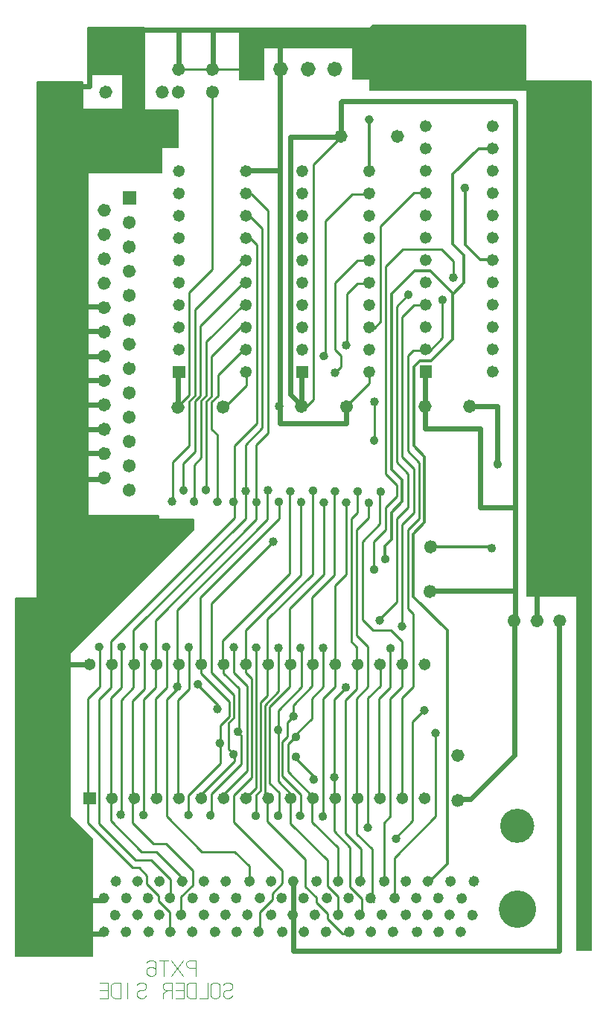
<source format=gbr>
%TF.GenerationSoftware,KiCad,Pcbnew,(6.0.2)*%
%TF.CreationDate,2022-05-06T23:35:53-05:00*%
%TF.ProjectId,PXT6,50585436-2e6b-4696-9361-645f70636258,rev?*%
%TF.SameCoordinates,Original*%
%TF.FileFunction,Copper,L2,Bot*%
%TF.FilePolarity,Positive*%
%FSLAX46Y46*%
G04 Gerber Fmt 4.6, Leading zero omitted, Abs format (unit mm)*
G04 Created by KiCad (PCBNEW (6.0.2)) date 2022-05-06 23:35:53*
%MOMM*%
%LPD*%
G01*
G04 APERTURE LIST*
%TA.AperFunction,NonConductor*%
%ADD10C,0.750000*%
%TD*%
%TA.AperFunction,NonConductor*%
%ADD11C,1.945000*%
%TD*%
%TA.AperFunction,NonConductor*%
%ADD12C,2.140000*%
%TD*%
%TA.AperFunction,NonConductor*%
%ADD13C,0.000000*%
%TD*%
%TA.AperFunction,NonConductor*%
%ADD14C,0.700000*%
%TD*%
%TA.AperFunction,NonConductor*%
%ADD15C,0.500000*%
%TD*%
%TA.AperFunction,NonConductor*%
%ADD16C,0.875000*%
%TD*%
%TA.AperFunction,NonConductor*%
%ADD17C,0.760000*%
%TD*%
%TA.AperFunction,NonConductor*%
%ADD18C,0.625000*%
%TD*%
%TA.AperFunction,ViaPad*%
%ADD19C,0.500010*%
%TD*%
%TA.AperFunction,ViaPad*%
%ADD20C,0.720010*%
%TD*%
%TA.AperFunction,ViaPad*%
%ADD21C,0.800010*%
%TD*%
%TA.AperFunction,ViaPad*%
%ADD22C,1.000010*%
%TD*%
%TA.AperFunction,ViaPad*%
%ADD23C,1.080010*%
%TD*%
%TA.AperFunction,ViaPad*%
%ADD24C,1.300010*%
%TD*%
%TA.AperFunction,ViaPad*%
%ADD25C,3.250010*%
%TD*%
%TA.AperFunction,ViaPad*%
%ADD26C,3.370010*%
%TD*%
%TA.AperFunction,Conductor*%
%ADD27C,0.350000*%
%TD*%
%TA.AperFunction,Conductor*%
%ADD28C,0.250000*%
%TD*%
%TA.AperFunction,Conductor*%
%ADD29C,0.600000*%
%TD*%
%TA.AperFunction,Conductor*%
%ADD30C,0.200000*%
%TD*%
%TA.AperFunction,Conductor*%
%ADD31C,0.124000*%
%TD*%
G04 APERTURE END LIST*
D10*
X117635500Y-46205900D02*
G75*
G03*
X117635500Y-46205900I-375000J0D01*
G01*
D11*
X165024600Y-129708500D02*
G75*
G03*
X165024600Y-129708500I-972500J0D01*
G01*
D12*
X119759300Y-98474400D02*
G75*
G03*
X119759300Y-98474400I-1070000J0D01*
G01*
X113131500Y-139233500D02*
G75*
G03*
X113131500Y-139233500I-1070000J0D01*
G01*
X165161800Y-139193800D02*
G75*
G03*
X165161800Y-139193800I-1070000J0D01*
G01*
X119679900Y-51127200D02*
G75*
G03*
X119679900Y-51127200I-1070000J0D01*
G01*
D10*
X157680200Y-121691600D02*
G75*
G03*
X157680200Y-121691600I-375000J0D01*
G01*
X157680200Y-126811300D02*
G75*
G03*
X157680200Y-126811300I-375000J0D01*
G01*
D13*
G36*
X116134900Y-127273100D02*
G01*
X114734900Y-127273100D01*
X114734900Y-125873100D01*
X116134900Y-125873100D01*
X116134900Y-127273100D01*
G37*
D14*
X118324900Y-126573100D02*
G75*
G03*
X118324900Y-126573100I-350000J0D01*
G01*
X120864900Y-126573100D02*
G75*
G03*
X120864900Y-126573100I-350000J0D01*
G01*
X123404900Y-126573100D02*
G75*
G03*
X123404900Y-126573100I-350000J0D01*
G01*
X125944900Y-126573100D02*
G75*
G03*
X125944900Y-126573100I-350000J0D01*
G01*
X128484900Y-126573100D02*
G75*
G03*
X128484900Y-126573100I-350000J0D01*
G01*
X131024900Y-126573100D02*
G75*
G03*
X131024900Y-126573100I-350000J0D01*
G01*
X133564900Y-126573100D02*
G75*
G03*
X133564900Y-126573100I-350000J0D01*
G01*
X136104900Y-126573100D02*
G75*
G03*
X136104900Y-126573100I-350000J0D01*
G01*
X138644900Y-126573100D02*
G75*
G03*
X138644900Y-126573100I-350000J0D01*
G01*
X141184900Y-126573100D02*
G75*
G03*
X141184900Y-126573100I-350000J0D01*
G01*
X143724900Y-126573100D02*
G75*
G03*
X143724900Y-126573100I-350000J0D01*
G01*
X146264900Y-126573100D02*
G75*
G03*
X146264900Y-126573100I-350000J0D01*
G01*
X148804900Y-126573100D02*
G75*
G03*
X148804900Y-126573100I-350000J0D01*
G01*
X151344900Y-126573100D02*
G75*
G03*
X151344900Y-126573100I-350000J0D01*
G01*
X153884900Y-126573100D02*
G75*
G03*
X153884900Y-126573100I-350000J0D01*
G01*
X153884900Y-111333100D02*
G75*
G03*
X153884900Y-111333100I-350000J0D01*
G01*
X151344900Y-111333100D02*
G75*
G03*
X151344900Y-111333100I-350000J0D01*
G01*
X148804900Y-111333100D02*
G75*
G03*
X148804900Y-111333100I-350000J0D01*
G01*
X146264900Y-111333100D02*
G75*
G03*
X146264900Y-111333100I-350000J0D01*
G01*
X143724900Y-111333100D02*
G75*
G03*
X143724900Y-111333100I-350000J0D01*
G01*
X141184900Y-111333100D02*
G75*
G03*
X141184900Y-111333100I-350000J0D01*
G01*
X138644900Y-111333100D02*
G75*
G03*
X138644900Y-111333100I-350000J0D01*
G01*
X136104900Y-111333100D02*
G75*
G03*
X136104900Y-111333100I-350000J0D01*
G01*
X133564900Y-111333100D02*
G75*
G03*
X133564900Y-111333100I-350000J0D01*
G01*
X131024900Y-111333100D02*
G75*
G03*
X131024900Y-111333100I-350000J0D01*
G01*
X128484900Y-111333100D02*
G75*
G03*
X128484900Y-111333100I-350000J0D01*
G01*
X125944900Y-111333100D02*
G75*
G03*
X125944900Y-111333100I-350000J0D01*
G01*
X123404900Y-111333100D02*
G75*
G03*
X123404900Y-111333100I-350000J0D01*
G01*
X120864900Y-111333100D02*
G75*
G03*
X120864900Y-111333100I-350000J0D01*
G01*
X118324900Y-111333100D02*
G75*
G03*
X118324900Y-111333100I-350000J0D01*
G01*
X115784900Y-111333100D02*
G75*
G03*
X115784900Y-111333100I-350000J0D01*
G01*
D10*
X166689300Y-106372200D02*
G75*
G03*
X166689300Y-106372200I-375000J0D01*
G01*
X164069900Y-106372200D02*
G75*
G03*
X164069900Y-106372200I-375000J0D01*
G01*
X169268900Y-106372200D02*
G75*
G03*
X169268900Y-106372200I-375000J0D01*
G01*
D15*
X148665200Y-106332500D02*
G75*
G03*
X148665200Y-106332500I-250000J0D01*
G01*
X151205200Y-107007200D02*
G75*
G03*
X151205200Y-107007200I-250000J0D01*
G01*
X149895500Y-109507500D02*
G75*
G03*
X149895500Y-109507500I-250000J0D01*
G01*
X142235800Y-109467800D02*
G75*
G03*
X142235800Y-109467800I-250000J0D01*
G01*
X139656100Y-109467800D02*
G75*
G03*
X139656100Y-109467800I-250000J0D01*
G01*
X137155800Y-109467800D02*
G75*
G03*
X137155800Y-109467800I-250000J0D01*
G01*
X134615800Y-109428100D02*
G75*
G03*
X134615800Y-109428100I-250000J0D01*
G01*
X132075800Y-109388500D02*
G75*
G03*
X132075800Y-109388500I-250000J0D01*
G01*
X126956100Y-109388500D02*
G75*
G03*
X126956100Y-109388500I-250000J0D01*
G01*
X124376500Y-109348800D02*
G75*
G03*
X124376500Y-109348800I-250000J0D01*
G01*
X121836500Y-109348800D02*
G75*
G03*
X121836500Y-109348800I-250000J0D01*
G01*
X119296500Y-109348800D02*
G75*
G03*
X119296500Y-109348800I-250000J0D01*
G01*
X116756500Y-109348800D02*
G75*
G03*
X116756500Y-109348800I-250000J0D01*
G01*
X125646500Y-113873100D02*
G75*
G03*
X125646500Y-113873100I-250000J0D01*
G01*
X127988000Y-113595300D02*
G75*
G03*
X127988000Y-113595300I-250000J0D01*
G01*
X130210500Y-116413100D02*
G75*
G03*
X130210500Y-116413100I-250000J0D01*
G01*
X130488300Y-120302500D02*
G75*
G03*
X130488300Y-120302500I-250000J0D01*
G01*
X132552100Y-118992800D02*
G75*
G03*
X132552100Y-118992800I-250000J0D01*
G01*
X132036100Y-121572500D02*
G75*
G03*
X132036100Y-121572500I-250000J0D01*
G01*
X137116100Y-118794400D02*
G75*
G03*
X137116100Y-118794400I-250000J0D01*
G01*
X138862400Y-117246600D02*
G75*
G03*
X138862400Y-117246600I-250000J0D01*
G01*
X139140200Y-119588100D02*
G75*
G03*
X139140200Y-119588100I-250000J0D01*
G01*
X139140200Y-121850300D02*
G75*
G03*
X139140200Y-121850300I-250000J0D01*
G01*
X141164300Y-124430000D02*
G75*
G03*
X141164300Y-124430000I-250000J0D01*
G01*
X143505800Y-124191900D02*
G75*
G03*
X143505800Y-124191900I-250000J0D01*
G01*
X155015200Y-119151600D02*
G75*
G03*
X155015200Y-119151600I-250000J0D01*
G01*
X153745200Y-116571900D02*
G75*
G03*
X153745200Y-116571900I-250000J0D01*
G01*
X144815500Y-113952500D02*
G75*
G03*
X144815500Y-113952500I-250000J0D01*
G01*
X119217100Y-128438500D02*
G75*
G03*
X119217100Y-128438500I-250000J0D01*
G01*
X121796800Y-128478100D02*
G75*
G03*
X121796800Y-128478100I-250000J0D01*
G01*
X126916500Y-128478100D02*
G75*
G03*
X126916500Y-128478100I-250000J0D01*
G01*
X129416800Y-128517800D02*
G75*
G03*
X129416800Y-128517800I-250000J0D01*
G01*
X134576100Y-128557500D02*
G75*
G03*
X134576100Y-128557500I-250000J0D01*
G01*
X137116100Y-128557500D02*
G75*
G03*
X137116100Y-128557500I-250000J0D01*
G01*
X139616500Y-128557500D02*
G75*
G03*
X139616500Y-128557500I-250000J0D01*
G01*
X142196100Y-128636900D02*
G75*
G03*
X142196100Y-128636900I-250000J0D01*
G01*
X147315800Y-129906900D02*
G75*
G03*
X147315800Y-129906900I-250000J0D01*
G01*
X150530500Y-131176900D02*
G75*
G03*
X150530500Y-131176900I-250000J0D01*
G01*
X136560500Y-97363100D02*
G75*
G03*
X136560500Y-97363100I-250000J0D01*
G01*
X161404900Y-98117200D02*
G75*
G03*
X161404900Y-98117200I-250000J0D01*
G01*
X162079600Y-88552500D02*
G75*
G03*
X162079600Y-88552500I-250000J0D01*
G01*
X148030200Y-85853800D02*
G75*
G03*
X148030200Y-85853800I-250000J0D01*
G01*
X125051100Y-92799100D02*
G75*
G03*
X125051100Y-92799100I-250000J0D01*
G01*
X126360800Y-91529100D02*
G75*
G03*
X126360800Y-91529100I-250000J0D01*
G01*
X127551500Y-92799100D02*
G75*
G03*
X127551500Y-92799100I-250000J0D01*
G01*
X128900800Y-91489400D02*
G75*
G03*
X128900800Y-91489400I-250000J0D01*
G01*
X130210500Y-92838800D02*
G75*
G03*
X130210500Y-92838800I-250000J0D01*
G01*
X132036100Y-92838800D02*
G75*
G03*
X132036100Y-92838800I-250000J0D01*
G01*
X133425200Y-91608500D02*
G75*
G03*
X133425200Y-91608500I-250000J0D01*
G01*
X134655500Y-92878500D02*
G75*
G03*
X134655500Y-92878500I-250000J0D01*
G01*
X135965200Y-91529100D02*
G75*
G03*
X135965200Y-91529100I-250000J0D01*
G01*
X137195500Y-92838800D02*
G75*
G03*
X137195500Y-92838800I-250000J0D01*
G01*
X138505200Y-91648100D02*
G75*
G03*
X138505200Y-91648100I-250000J0D01*
G01*
X139735500Y-92878500D02*
G75*
G03*
X139735500Y-92878500I-250000J0D01*
G01*
X141084900Y-91568800D02*
G75*
G03*
X141084900Y-91568800I-250000J0D01*
G01*
X142315200Y-92918100D02*
G75*
G03*
X142315200Y-92918100I-250000J0D01*
G01*
X143585200Y-91648100D02*
G75*
G03*
X143585200Y-91648100I-250000J0D01*
G01*
X144855200Y-92918100D02*
G75*
G03*
X144855200Y-92918100I-250000J0D01*
G01*
X146164900Y-91648100D02*
G75*
G03*
X146164900Y-91648100I-250000J0D01*
G01*
X147434900Y-92957800D02*
G75*
G03*
X147434900Y-92957800I-250000J0D01*
G01*
X148784300Y-91687800D02*
G75*
G03*
X148784300Y-91687800I-250000J0D01*
G01*
X137235200Y-81964400D02*
G75*
G03*
X137235200Y-81964400I-250000J0D01*
G01*
X143585200Y-78154400D02*
G75*
G03*
X143585200Y-78154400I-250000J0D01*
G01*
X142315200Y-76249400D02*
G75*
G03*
X142315200Y-76249400I-250000J0D01*
G01*
X144855200Y-75019100D02*
G75*
G03*
X144855200Y-75019100I-250000J0D01*
G01*
X148069900Y-81448500D02*
G75*
G03*
X148069900Y-81448500I-250000J0D01*
G01*
X151919600Y-69264400D02*
G75*
G03*
X151919600Y-69264400I-250000J0D01*
G01*
X155808900Y-69859700D02*
G75*
G03*
X155808900Y-69859700I-250000J0D01*
G01*
X157039300Y-67319700D02*
G75*
G03*
X157039300Y-67319700I-250000J0D01*
G01*
X158348900Y-57120000D02*
G75*
G03*
X158348900Y-57120000I-250000J0D01*
G01*
X147474600Y-49341300D02*
G75*
G03*
X147474600Y-49341300I-250000J0D01*
G01*
X170493300Y-50095300D02*
G75*
G03*
X170493300Y-50095300I-250000J0D01*
G01*
X148030200Y-100538100D02*
G75*
G03*
X148030200Y-100538100I-250000J0D01*
G01*
X149300200Y-99347500D02*
G75*
G03*
X149300200Y-99347500I-250000J0D01*
G01*
D10*
X154505200Y-103038500D02*
G75*
G03*
X154505200Y-103038500I-375000J0D01*
G01*
X154584600Y-97958500D02*
G75*
G03*
X154584600Y-97958500I-375000J0D01*
G01*
X159029600Y-81964400D02*
G75*
G03*
X159029600Y-81964400I-375000J0D01*
G01*
X153949600Y-81964400D02*
G75*
G03*
X153949600Y-81964400I-375000J0D01*
G01*
X145019900Y-82004100D02*
G75*
G03*
X145019900Y-82004100I-375000J0D01*
G01*
X139900200Y-81964400D02*
G75*
G03*
X139900200Y-81964400I-375000J0D01*
G01*
X130970500Y-82043800D02*
G75*
G03*
X130970500Y-82043800I-375000J0D01*
G01*
X125850800Y-82083500D02*
G75*
G03*
X125850800Y-82083500I-375000J0D01*
G01*
X124064900Y-46205900D02*
G75*
G03*
X124064900Y-46205900I-375000J0D01*
G01*
X125890500Y-46205900D02*
G75*
G03*
X125890500Y-46205900I-375000J0D01*
G01*
X129779900Y-46205900D02*
G75*
G03*
X129779900Y-46205900I-375000J0D01*
G01*
X129779900Y-43626300D02*
G75*
G03*
X129779900Y-43626300I-375000J0D01*
G01*
X125930200Y-43626300D02*
G75*
G03*
X125930200Y-43626300I-375000J0D01*
G01*
D16*
X140716800Y-43586600D02*
G75*
G03*
X140716800Y-43586600I-437500J0D01*
G01*
X143733000Y-43586600D02*
G75*
G03*
X143733000Y-43586600I-437500J0D01*
G01*
X137581400Y-43586600D02*
G75*
G03*
X137581400Y-43586600I-437500J0D01*
G01*
X134287400Y-43586600D02*
G75*
G03*
X134287400Y-43586600I-437500J0D01*
G01*
X134287400Y-43586600D02*
G75*
G03*
X134287400Y-43586600I-437500J0D01*
G01*
X147027100Y-43586600D02*
G75*
G03*
X147027100Y-43586600I-437500J0D01*
G01*
D10*
X144384900Y-51246300D02*
G75*
G03*
X144384900Y-51246300I-375000J0D01*
G01*
X150814300Y-51246300D02*
G75*
G03*
X150814300Y-51246300I-375000J0D01*
G01*
D13*
G36*
X154351200Y-78718700D02*
G01*
X152951200Y-78718700D01*
X152951200Y-77318700D01*
X154351200Y-77318700D01*
X154351200Y-78718700D01*
G37*
D14*
X154001200Y-75478700D02*
G75*
G03*
X154001200Y-75478700I-350000J0D01*
G01*
X154001200Y-72938700D02*
G75*
G03*
X154001200Y-72938700I-350000J0D01*
G01*
X154001200Y-70398700D02*
G75*
G03*
X154001200Y-70398700I-350000J0D01*
G01*
X154001200Y-67858700D02*
G75*
G03*
X154001200Y-67858700I-350000J0D01*
G01*
X154001200Y-65318700D02*
G75*
G03*
X154001200Y-65318700I-350000J0D01*
G01*
X154001200Y-62778700D02*
G75*
G03*
X154001200Y-62778700I-350000J0D01*
G01*
X154001200Y-60238700D02*
G75*
G03*
X154001200Y-60238700I-350000J0D01*
G01*
X154001200Y-57698700D02*
G75*
G03*
X154001200Y-57698700I-350000J0D01*
G01*
X154001200Y-55158700D02*
G75*
G03*
X154001200Y-55158700I-350000J0D01*
G01*
X154001200Y-52618700D02*
G75*
G03*
X154001200Y-52618700I-350000J0D01*
G01*
X154001200Y-50078700D02*
G75*
G03*
X154001200Y-50078700I-350000J0D01*
G01*
X161621200Y-50078700D02*
G75*
G03*
X161621200Y-50078700I-350000J0D01*
G01*
X161621200Y-52618700D02*
G75*
G03*
X161621200Y-52618700I-350000J0D01*
G01*
X161621200Y-55158700D02*
G75*
G03*
X161621200Y-55158700I-350000J0D01*
G01*
X161621200Y-57698700D02*
G75*
G03*
X161621200Y-57698700I-350000J0D01*
G01*
X161621200Y-60238700D02*
G75*
G03*
X161621200Y-60238700I-350000J0D01*
G01*
X161621200Y-62778700D02*
G75*
G03*
X161621200Y-62778700I-350000J0D01*
G01*
X161621200Y-65318700D02*
G75*
G03*
X161621200Y-65318700I-350000J0D01*
G01*
X161621200Y-67858700D02*
G75*
G03*
X161621200Y-67858700I-350000J0D01*
G01*
X161621200Y-70398700D02*
G75*
G03*
X161621200Y-70398700I-350000J0D01*
G01*
X161621200Y-72938700D02*
G75*
G03*
X161621200Y-72938700I-350000J0D01*
G01*
X161621200Y-75478700D02*
G75*
G03*
X161621200Y-75478700I-350000J0D01*
G01*
X161621200Y-78018700D02*
G75*
G03*
X161621200Y-78018700I-350000J0D01*
G01*
D13*
G36*
X140301800Y-78758500D02*
G01*
X138901800Y-78758500D01*
X138901800Y-77358500D01*
X140301800Y-77358500D01*
X140301800Y-78758500D01*
G37*
D14*
X139951800Y-75518500D02*
G75*
G03*
X139951800Y-75518500I-350000J0D01*
G01*
X139951800Y-72978500D02*
G75*
G03*
X139951800Y-72978500I-350000J0D01*
G01*
X139951800Y-70438500D02*
G75*
G03*
X139951800Y-70438500I-350000J0D01*
G01*
X139951800Y-67898500D02*
G75*
G03*
X139951800Y-67898500I-350000J0D01*
G01*
X139951800Y-65358500D02*
G75*
G03*
X139951800Y-65358500I-350000J0D01*
G01*
X139951800Y-62818500D02*
G75*
G03*
X139951800Y-62818500I-350000J0D01*
G01*
X139951800Y-60278500D02*
G75*
G03*
X139951800Y-60278500I-350000J0D01*
G01*
X139951800Y-57738500D02*
G75*
G03*
X139951800Y-57738500I-350000J0D01*
G01*
X139951800Y-55198500D02*
G75*
G03*
X139951800Y-55198500I-350000J0D01*
G01*
X147571800Y-55198500D02*
G75*
G03*
X147571800Y-55198500I-350000J0D01*
G01*
X147571800Y-57738500D02*
G75*
G03*
X147571800Y-57738500I-350000J0D01*
G01*
X147571800Y-60278500D02*
G75*
G03*
X147571800Y-60278500I-350000J0D01*
G01*
X147571800Y-62818500D02*
G75*
G03*
X147571800Y-62818500I-350000J0D01*
G01*
X147571800Y-65358500D02*
G75*
G03*
X147571800Y-65358500I-350000J0D01*
G01*
X147571800Y-67898500D02*
G75*
G03*
X147571800Y-67898500I-350000J0D01*
G01*
X147571800Y-70438500D02*
G75*
G03*
X147571800Y-70438500I-350000J0D01*
G01*
X147571800Y-72978500D02*
G75*
G03*
X147571800Y-72978500I-350000J0D01*
G01*
X147571800Y-75518500D02*
G75*
G03*
X147571800Y-75518500I-350000J0D01*
G01*
X147571800Y-78058500D02*
G75*
G03*
X147571800Y-78058500I-350000J0D01*
G01*
D13*
G36*
X126292100Y-78758500D02*
G01*
X124892100Y-78758500D01*
X124892100Y-77358500D01*
X126292100Y-77358500D01*
X126292100Y-78758500D01*
G37*
D14*
X125942100Y-75518500D02*
G75*
G03*
X125942100Y-75518500I-350000J0D01*
G01*
X125942100Y-72978500D02*
G75*
G03*
X125942100Y-72978500I-350000J0D01*
G01*
X125942100Y-70438500D02*
G75*
G03*
X125942100Y-70438500I-350000J0D01*
G01*
X125942100Y-67898500D02*
G75*
G03*
X125942100Y-67898500I-350000J0D01*
G01*
X125942100Y-65358500D02*
G75*
G03*
X125942100Y-65358500I-350000J0D01*
G01*
X125942100Y-62818500D02*
G75*
G03*
X125942100Y-62818500I-350000J0D01*
G01*
X125942100Y-60278500D02*
G75*
G03*
X125942100Y-60278500I-350000J0D01*
G01*
X125942100Y-57738500D02*
G75*
G03*
X125942100Y-57738500I-350000J0D01*
G01*
X125942100Y-55198500D02*
G75*
G03*
X125942100Y-55198500I-350000J0D01*
G01*
X133562100Y-55198500D02*
G75*
G03*
X133562100Y-55198500I-350000J0D01*
G01*
X133562100Y-57738500D02*
G75*
G03*
X133562100Y-57738500I-350000J0D01*
G01*
X133562100Y-60278500D02*
G75*
G03*
X133562100Y-60278500I-350000J0D01*
G01*
X133562100Y-62818500D02*
G75*
G03*
X133562100Y-62818500I-350000J0D01*
G01*
X133562100Y-65358500D02*
G75*
G03*
X133562100Y-65358500I-350000J0D01*
G01*
X133562100Y-67898500D02*
G75*
G03*
X133562100Y-67898500I-350000J0D01*
G01*
X133562100Y-70438500D02*
G75*
G03*
X133562100Y-70438500I-350000J0D01*
G01*
X133562100Y-72978500D02*
G75*
G03*
X133562100Y-72978500I-350000J0D01*
G01*
X133562100Y-75518500D02*
G75*
G03*
X133562100Y-75518500I-350000J0D01*
G01*
X133562100Y-78058500D02*
G75*
G03*
X133562100Y-78058500I-350000J0D01*
G01*
D13*
G36*
X120691400Y-59041300D02*
G01*
X119171400Y-59041300D01*
X119171400Y-57521300D01*
X120691400Y-57521300D01*
X120691400Y-59041300D01*
G37*
D17*
X120311400Y-61051300D02*
G75*
G03*
X120311400Y-61051300I-380000J0D01*
G01*
X120311400Y-63821300D02*
G75*
G03*
X120311400Y-63821300I-380000J0D01*
G01*
X120311400Y-66591300D02*
G75*
G03*
X120311400Y-66591300I-380000J0D01*
G01*
X120311400Y-69351300D02*
G75*
G03*
X120311400Y-69351300I-380000J0D01*
G01*
X120311400Y-72121300D02*
G75*
G03*
X120311400Y-72121300I-380000J0D01*
G01*
X120311400Y-74891300D02*
G75*
G03*
X120311400Y-74891300I-380000J0D01*
G01*
X120311400Y-77661300D02*
G75*
G03*
X120311400Y-77661300I-380000J0D01*
G01*
X120311400Y-80431300D02*
G75*
G03*
X120311400Y-80431300I-380000J0D01*
G01*
X120311400Y-83201300D02*
G75*
G03*
X120311400Y-83201300I-380000J0D01*
G01*
X120311400Y-85971300D02*
G75*
G03*
X120311400Y-85971300I-380000J0D01*
G01*
X120311400Y-88731300D02*
G75*
G03*
X120311400Y-88731300I-380000J0D01*
G01*
X120311400Y-91501300D02*
G75*
G03*
X120311400Y-91501300I-380000J0D01*
G01*
X117471400Y-59651300D02*
G75*
G03*
X117471400Y-59651300I-380000J0D01*
G01*
X117471400Y-62421300D02*
G75*
G03*
X117471400Y-62421300I-380000J0D01*
G01*
X117471400Y-65191300D02*
G75*
G03*
X117471400Y-65191300I-380000J0D01*
G01*
X117471400Y-67961300D02*
G75*
G03*
X117471400Y-67961300I-380000J0D01*
G01*
X117471400Y-70731300D02*
G75*
G03*
X117471400Y-70731300I-380000J0D01*
G01*
X117471400Y-73491300D02*
G75*
G03*
X117471400Y-73491300I-380000J0D01*
G01*
X117471400Y-76261300D02*
G75*
G03*
X117471400Y-76261300I-380000J0D01*
G01*
X117471400Y-79031300D02*
G75*
G03*
X117471400Y-79031300I-380000J0D01*
G01*
X117471400Y-81801300D02*
G75*
G03*
X117471400Y-81801300I-380000J0D01*
G01*
X117471400Y-84571300D02*
G75*
G03*
X117471400Y-84571300I-380000J0D01*
G01*
X117471400Y-87341300D02*
G75*
G03*
X117471400Y-87341300I-380000J0D01*
G01*
X117471400Y-90111300D02*
G75*
G03*
X117471400Y-90111300I-380000J0D01*
G01*
D13*
G36*
X115196800Y-94386600D02*
G01*
X123253300Y-94386600D01*
X123293000Y-94426300D01*
X123293000Y-94823100D01*
X123332700Y-94862800D01*
X127261800Y-94862800D01*
X127261800Y-96013800D01*
X113172700Y-110102800D01*
X113172700Y-128676600D01*
X115712700Y-131216600D01*
X115712700Y-144511900D01*
X107021100Y-144511900D01*
X107021100Y-103832200D01*
X109442100Y-103832200D01*
X109442100Y-55334100D01*
X115196800Y-55334100D01*
X115196800Y-94386600D01*
G37*
G36*
X121705500Y-48230000D02*
G01*
X125515500Y-48230000D01*
X125515500Y-52476600D01*
X123610500Y-52476600D01*
X123610500Y-55334100D01*
X109481800Y-55334100D01*
X109442100Y-55373800D01*
X109442100Y-45015300D01*
X114641100Y-45015300D01*
X114641100Y-48190300D01*
X119244900Y-48190300D01*
X119244900Y-44181900D01*
X115196800Y-44181900D01*
X115196800Y-38903500D01*
X121705500Y-38903500D01*
X121705500Y-48230000D01*
G37*
G36*
X135238900Y-39101900D02*
G01*
X135238900Y-44777200D01*
X132540200Y-44777200D01*
X132540200Y-39062200D01*
X135199300Y-39062200D01*
X135238900Y-39101900D01*
G37*
G36*
X165044300Y-44935900D02*
G01*
X172465800Y-44935900D01*
X172465800Y-143837200D01*
X170838600Y-143837200D01*
X170838600Y-103554400D01*
X165203000Y-103554400D01*
X165203000Y-46007500D01*
X147303900Y-46007500D01*
X147303900Y-44697800D01*
X145359300Y-44697800D01*
X145359300Y-41125900D01*
X135119900Y-41125900D01*
X135041000Y-38947000D01*
X147343600Y-38943100D01*
X147581800Y-38705000D01*
X147581800Y-38625600D01*
X165044300Y-38625600D01*
X165044300Y-44935900D01*
G37*
G36*
X134961100Y-39141600D02*
G01*
X134881800Y-39141600D01*
X134961100Y-39101900D01*
X134961100Y-39141600D01*
G37*
D18*
X117374600Y-141773500D02*
G75*
G03*
X117374600Y-141773500I-312500J0D01*
G01*
X117374600Y-137923800D02*
G75*
G03*
X117374600Y-137923800I-312500J0D01*
G01*
X118644600Y-139868500D02*
G75*
G03*
X118644600Y-139868500I-312500J0D01*
G01*
X119874900Y-141773500D02*
G75*
G03*
X119874900Y-141773500I-312500J0D01*
G01*
X118724000Y-136018800D02*
G75*
G03*
X118724000Y-136018800I-312500J0D01*
G01*
X119914600Y-137923800D02*
G75*
G03*
X119914600Y-137923800I-312500J0D01*
G01*
X121184600Y-139828800D02*
G75*
G03*
X121184600Y-139828800I-312500J0D01*
G01*
X122454600Y-141773500D02*
G75*
G03*
X122454600Y-141773500I-312500J0D01*
G01*
X121184600Y-136018800D02*
G75*
G03*
X121184600Y-136018800I-312500J0D01*
G01*
X122375200Y-137923800D02*
G75*
G03*
X122375200Y-137923800I-312500J0D01*
G01*
X123645200Y-139828800D02*
G75*
G03*
X123645200Y-139828800I-312500J0D01*
G01*
X124915200Y-141773500D02*
G75*
G03*
X124915200Y-141773500I-312500J0D01*
G01*
X123684900Y-136018800D02*
G75*
G03*
X123684900Y-136018800I-312500J0D01*
G01*
X124875500Y-137923800D02*
G75*
G03*
X124875500Y-137923800I-312500J0D01*
G01*
X126145500Y-139828800D02*
G75*
G03*
X126145500Y-139828800I-312500J0D01*
G01*
X127415500Y-141773500D02*
G75*
G03*
X127415500Y-141773500I-312500J0D01*
G01*
X126264600Y-136018800D02*
G75*
G03*
X126264600Y-136018800I-312500J0D01*
G01*
X127455200Y-137923800D02*
G75*
G03*
X127455200Y-137923800I-312500J0D01*
G01*
X128725200Y-139828800D02*
G75*
G03*
X128725200Y-139828800I-312500J0D01*
G01*
X129995200Y-141773500D02*
G75*
G03*
X129995200Y-141773500I-312500J0D01*
G01*
X128725200Y-136018800D02*
G75*
G03*
X128725200Y-136018800I-312500J0D01*
G01*
X129915800Y-137923800D02*
G75*
G03*
X129915800Y-137923800I-312500J0D01*
G01*
X131185800Y-139828800D02*
G75*
G03*
X131185800Y-139828800I-312500J0D01*
G01*
X132455800Y-141773500D02*
G75*
G03*
X132455800Y-141773500I-312500J0D01*
G01*
X131225500Y-136018800D02*
G75*
G03*
X131225500Y-136018800I-312500J0D01*
G01*
X132416100Y-137923800D02*
G75*
G03*
X132416100Y-137923800I-312500J0D01*
G01*
X133686100Y-139828800D02*
G75*
G03*
X133686100Y-139828800I-312500J0D01*
G01*
X134956100Y-141773500D02*
G75*
G03*
X134956100Y-141773500I-312500J0D01*
G01*
X133924300Y-136018800D02*
G75*
G03*
X133924300Y-136018800I-312500J0D01*
G01*
X135114900Y-137923800D02*
G75*
G03*
X135114900Y-137923800I-312500J0D01*
G01*
X136384900Y-139828800D02*
G75*
G03*
X136384900Y-139828800I-312500J0D01*
G01*
X137654900Y-141773500D02*
G75*
G03*
X137654900Y-141773500I-312500J0D01*
G01*
X136384900Y-136018800D02*
G75*
G03*
X136384900Y-136018800I-312500J0D01*
G01*
X137575500Y-137923800D02*
G75*
G03*
X137575500Y-137923800I-312500J0D01*
G01*
X138845500Y-139828800D02*
G75*
G03*
X138845500Y-139828800I-312500J0D01*
G01*
X140115500Y-141773500D02*
G75*
G03*
X140115500Y-141773500I-312500J0D01*
G01*
X138885200Y-136018800D02*
G75*
G03*
X138885200Y-136018800I-312500J0D01*
G01*
X140075800Y-137923800D02*
G75*
G03*
X140075800Y-137923800I-312500J0D01*
G01*
X141345800Y-139828800D02*
G75*
G03*
X141345800Y-139828800I-312500J0D01*
G01*
X142615800Y-141773500D02*
G75*
G03*
X142615800Y-141773500I-312500J0D01*
G01*
X141544300Y-136018800D02*
G75*
G03*
X141544300Y-136018800I-312500J0D01*
G01*
X142734900Y-137923800D02*
G75*
G03*
X142734900Y-137923800I-312500J0D01*
G01*
X144004900Y-139828800D02*
G75*
G03*
X144004900Y-139828800I-312500J0D01*
G01*
X145274900Y-141773500D02*
G75*
G03*
X145274900Y-141773500I-312500J0D01*
G01*
X144004900Y-136018800D02*
G75*
G03*
X144004900Y-136018800I-312500J0D01*
G01*
X145195500Y-137923800D02*
G75*
G03*
X145195500Y-137923800I-312500J0D01*
G01*
X146465500Y-139828800D02*
G75*
G03*
X146465500Y-139828800I-312500J0D01*
G01*
X147735500Y-141773500D02*
G75*
G03*
X147735500Y-141773500I-312500J0D01*
G01*
X146505200Y-136018800D02*
G75*
G03*
X146505200Y-136018800I-312500J0D01*
G01*
X147695800Y-137923800D02*
G75*
G03*
X147695800Y-137923800I-312500J0D01*
G01*
X148965800Y-139828800D02*
G75*
G03*
X148965800Y-139828800I-312500J0D01*
G01*
X150235800Y-141773500D02*
G75*
G03*
X150235800Y-141773500I-312500J0D01*
G01*
X149243600Y-136018800D02*
G75*
G03*
X149243600Y-136018800I-312500J0D01*
G01*
X150434300Y-137923800D02*
G75*
G03*
X150434300Y-137923800I-312500J0D01*
G01*
X151704300Y-139828800D02*
G75*
G03*
X151704300Y-139828800I-312500J0D01*
G01*
X152974300Y-141773500D02*
G75*
G03*
X152974300Y-141773500I-312500J0D01*
G01*
X151704300Y-136018800D02*
G75*
G03*
X151704300Y-136018800I-312500J0D01*
G01*
X152894900Y-137923800D02*
G75*
G03*
X152894900Y-137923800I-312500J0D01*
G01*
X154164900Y-139828800D02*
G75*
G03*
X154164900Y-139828800I-312500J0D01*
G01*
X155434900Y-141773500D02*
G75*
G03*
X155434900Y-141773500I-312500J0D01*
G01*
X154204600Y-136018800D02*
G75*
G03*
X154204600Y-136018800I-312500J0D01*
G01*
X155395200Y-137923800D02*
G75*
G03*
X155395200Y-137923800I-312500J0D01*
G01*
X156665200Y-139828800D02*
G75*
G03*
X156665200Y-139828800I-312500J0D01*
G01*
X157935200Y-141773500D02*
G75*
G03*
X157935200Y-141773500I-312500J0D01*
G01*
X156784300Y-136018800D02*
G75*
G03*
X156784300Y-136018800I-312500J0D01*
G01*
X158054300Y-137963500D02*
G75*
G03*
X158054300Y-137963500I-312500J0D01*
G01*
X159284600Y-139868500D02*
G75*
G03*
X159284600Y-139868500I-312500J0D01*
G01*
X159443300Y-136018800D02*
G75*
G03*
X159443300Y-136018800I-312500J0D01*
G01*
D19*
%TO.N,*%
X118962700Y-128439700D03*
X121542700Y-128479700D03*
X126662700Y-128479700D03*
X129162700Y-128519700D03*
X134322700Y-128559700D03*
X136862700Y-128559700D03*
X139362700Y-128559700D03*
X141942700Y-128639700D03*
X140912700Y-124429700D03*
X143252700Y-124189700D03*
X138892700Y-121849700D03*
X138892700Y-119589700D03*
X136862700Y-118789700D03*
X138612700Y-117249700D03*
X132302700Y-118989700D03*
X130242700Y-120299700D03*
X131782700Y-121569700D03*
X129962700Y-116409700D03*
X127742700Y-113599700D03*
X125392700Y-113869700D03*
X126702700Y-109389700D03*
X124122700Y-109349700D03*
X121582700Y-109349700D03*
X119042700Y-109349700D03*
X116502700Y-109349700D03*
X131822700Y-109389700D03*
X134362700Y-109429700D03*
X136902700Y-109469700D03*
X139402700Y-109469700D03*
X141982700Y-109469700D03*
X144562700Y-113949700D03*
X149642700Y-109509700D03*
X150952700Y-107009700D03*
X148412700Y-106329700D03*
X147782700Y-100539700D03*
X149052700Y-99349700D03*
X147182700Y-92959700D03*
X145912700Y-91649700D03*
X144602700Y-92919700D03*
X143332700Y-91649700D03*
X142062700Y-92919700D03*
X140832700Y-91569700D03*
X139482700Y-92879700D03*
X138252700Y-91649700D03*
X136942700Y-92839700D03*
X135712700Y-91529700D03*
X134402700Y-92879700D03*
X133172700Y-91609700D03*
X131782700Y-92839700D03*
X129962700Y-92839700D03*
X128652700Y-91489700D03*
X127302700Y-92799700D03*
X126112700Y-91529700D03*
X124802700Y-92799700D03*
X136312700Y-97359700D03*
X148532700Y-91689700D03*
X147782700Y-85849700D03*
X147822700Y-81449700D03*
X143332700Y-78149700D03*
X142062700Y-76249700D03*
X144602700Y-75019700D03*
X151672700Y-69259700D03*
X155562700Y-69859700D03*
X156792700Y-67319700D03*
X158102700Y-57119700D03*
X147222700Y-49339700D03*
X170242700Y-50099700D03*
X161832700Y-88549700D03*
X161152700Y-98119700D03*
X153492700Y-116569700D03*
X154762700Y-119149700D03*
X150282700Y-131179700D03*
X147062700Y-129909700D03*
X136982700Y-81959700D03*
D20*
X115432700Y-126569700D03*
X117972700Y-126569700D03*
X120512700Y-126569700D03*
X123052700Y-126569700D03*
X125592700Y-126569700D03*
X128132700Y-126569700D03*
X130672700Y-126569700D03*
X133212700Y-126569700D03*
X135752700Y-126569700D03*
X138292700Y-126569700D03*
X140832700Y-126569700D03*
X143372700Y-126569700D03*
X145912700Y-126569700D03*
X148452700Y-126569700D03*
X150992700Y-126569700D03*
X153532700Y-126569700D03*
X153532700Y-111329700D03*
X150992700Y-111329700D03*
X148452700Y-111329700D03*
X145912700Y-111329700D03*
X143372700Y-111329700D03*
X140832700Y-111329700D03*
X138292700Y-111329700D03*
X135752700Y-111329700D03*
X133212700Y-111329700D03*
X130672700Y-111329700D03*
X128132700Y-111329700D03*
X125592700Y-111329700D03*
X123052700Y-111329700D03*
X120512700Y-111329700D03*
X117972700Y-111329700D03*
X115432700Y-111329700D03*
X125592700Y-78059700D03*
X125592700Y-75519700D03*
X125592700Y-72979700D03*
X125592700Y-70439700D03*
X125592700Y-67899700D03*
X125592700Y-65359700D03*
X125592700Y-62819700D03*
X125592700Y-60279700D03*
X125592700Y-57739700D03*
X125592700Y-55199700D03*
X133212700Y-55199700D03*
X133212700Y-57739700D03*
X133212700Y-60279700D03*
X133212700Y-62819700D03*
X133212700Y-65359700D03*
X133212700Y-67899700D03*
X133212700Y-70439700D03*
X133212700Y-72979700D03*
X133212700Y-75519700D03*
X133212700Y-78059700D03*
X139602700Y-78059700D03*
X139602700Y-75519700D03*
X139602700Y-72979700D03*
X139602700Y-70439700D03*
X139602700Y-67899700D03*
X139602700Y-65359700D03*
X139602700Y-62819700D03*
X139602700Y-60279700D03*
X139602700Y-57739700D03*
X139602700Y-55199700D03*
X147222700Y-55199700D03*
X147222700Y-57739700D03*
X147222700Y-60279700D03*
X147222700Y-62819700D03*
X147222700Y-65359700D03*
X147222700Y-67899700D03*
X147222700Y-70439700D03*
X147222700Y-72979700D03*
X147222700Y-75519700D03*
X147222700Y-78059700D03*
X153652700Y-78019700D03*
X153652700Y-75479700D03*
X153652700Y-72939700D03*
X153652700Y-70399700D03*
X153652700Y-67859700D03*
X153652700Y-65319700D03*
X153652700Y-62779700D03*
X153652700Y-60239700D03*
X153652700Y-57699700D03*
X153652700Y-55159700D03*
X153652700Y-52619700D03*
X153652700Y-50079700D03*
X161272700Y-50079700D03*
X161272700Y-52619700D03*
X161272700Y-55159700D03*
X161272700Y-57699700D03*
X161272700Y-60239700D03*
X161272700Y-62779700D03*
X161272700Y-65319700D03*
X161272700Y-67859700D03*
X161272700Y-70399700D03*
X161272700Y-72939700D03*
X161272700Y-75479700D03*
X161272700Y-78019700D03*
D21*
X117062700Y-141769700D03*
X118332700Y-139869700D03*
X119562700Y-141769700D03*
X120872700Y-139829700D03*
X122062700Y-137919700D03*
X120872700Y-136019700D03*
X119602700Y-137919700D03*
X118412700Y-136019700D03*
X117062700Y-137919700D03*
X122142700Y-141769700D03*
X123332700Y-139829700D03*
X124562700Y-137919700D03*
X123372700Y-136019700D03*
X125952700Y-136019700D03*
X127142700Y-137919700D03*
X128412700Y-139829700D03*
X129602700Y-137919700D03*
X128412700Y-136019700D03*
X130912700Y-136019700D03*
X132102700Y-137919700D03*
X130872700Y-139829700D03*
X129682700Y-141769700D03*
X132142700Y-141769700D03*
X133372700Y-139829700D03*
X134642700Y-141769700D03*
X136072700Y-139829700D03*
X137262700Y-137919700D03*
X136072700Y-136019700D03*
X134802700Y-137919700D03*
X133612700Y-136019700D03*
X138572700Y-136019700D03*
X139762700Y-137919700D03*
X138532700Y-139829700D03*
X137342700Y-141769700D03*
X139802700Y-141769700D03*
X141032700Y-139829700D03*
X142302700Y-141769700D03*
X143692700Y-139829700D03*
X144882700Y-137919700D03*
X143692700Y-136019700D03*
X142422700Y-137919700D03*
X141232700Y-136019700D03*
X146192700Y-136019700D03*
X147382700Y-137919700D03*
X146152700Y-139829700D03*
X144962700Y-141769700D03*
X147422700Y-141769700D03*
X148652700Y-139829700D03*
X149922700Y-141769700D03*
X151392700Y-139829700D03*
X152582700Y-137919700D03*
X151392700Y-136019700D03*
X150122700Y-137919700D03*
X148932700Y-136019700D03*
X153892700Y-136019700D03*
X155082700Y-137919700D03*
X153852700Y-139829700D03*
X152662700Y-141769700D03*
X155122700Y-141769700D03*
X156352700Y-139829700D03*
X157622700Y-141769700D03*
X158972700Y-139869700D03*
X157742700Y-137959700D03*
X156472700Y-136019700D03*
X159132700Y-136019700D03*
X127102700Y-141769700D03*
X125832700Y-139829700D03*
X124602700Y-141769700D03*
D22*
X157302700Y-126809700D03*
X157302700Y-121689700D03*
X163692700Y-106369700D03*
X166312700Y-106369700D03*
X168892700Y-106369700D03*
X154132700Y-103039700D03*
X154212700Y-97959700D03*
X153572700Y-81959700D03*
X158652700Y-81959700D03*
X144642700Y-81999700D03*
X139522700Y-81959700D03*
X130592700Y-82039700D03*
X125472700Y-82079700D03*
X125512700Y-46209700D03*
X123692700Y-46209700D03*
X125552700Y-43629700D03*
X129402700Y-43629700D03*
X129402700Y-46209700D03*
X117262700Y-46209700D03*
X144012700Y-51249700D03*
X150442700Y-51249700D03*
D23*
X119932700Y-91499700D03*
X119932700Y-88729700D03*
X119932700Y-85969700D03*
X119932700Y-83199700D03*
X119932700Y-80429700D03*
X119932700Y-77659700D03*
X119932700Y-74889700D03*
X119932700Y-72119700D03*
X119932700Y-69349700D03*
X119932700Y-66589700D03*
X119932700Y-63819700D03*
X119932700Y-61049700D03*
X119932700Y-58279700D03*
X117092700Y-59649700D03*
X117092700Y-62419700D03*
X117092700Y-65189700D03*
X117092700Y-67959700D03*
X117092700Y-70729700D03*
X117092700Y-73489700D03*
X117092700Y-76259700D03*
X117092700Y-79029700D03*
X117092700Y-81799700D03*
X117092700Y-84569700D03*
X117092700Y-87339700D03*
X117092700Y-90109700D03*
D24*
X133852700Y-43589700D03*
X137142700Y-43589700D03*
X140282700Y-43589700D03*
X143292700Y-43589700D03*
X146592700Y-43589700D03*
D25*
X164052700Y-129709700D03*
D26*
X112062700Y-139229700D03*
X118692700Y-98469700D03*
X118612700Y-51129700D03*
X164092700Y-139189700D03*
%TD*%
D27*
%TO.N,*%
X147264300Y-55294400D02*
X147264300Y-49420600D01*
X147264300Y-49420600D02*
X147184900Y-49341300D01*
X158138600Y-57080300D02*
X158138600Y-63549400D01*
X158138600Y-63549400D02*
X159845200Y-65255900D01*
X159845200Y-65255900D02*
X161353300Y-65255900D01*
X161353300Y-65255900D02*
X161432700Y-65335300D01*
X161353300Y-52635300D02*
X159646800Y-52635300D01*
X159646800Y-52635300D02*
X156749600Y-55532500D01*
X156749600Y-55532500D02*
X156749600Y-63470000D01*
X156749600Y-63470000D02*
X158019600Y-64740000D01*
X158019600Y-64740000D02*
X158019600Y-67915000D01*
X158019600Y-67915000D02*
X156789300Y-69145300D01*
X156789300Y-69145300D02*
X154169900Y-66525900D01*
X154169900Y-66525900D02*
X152423600Y-66525900D01*
X152423600Y-66525900D02*
X149804300Y-69145300D01*
X149804300Y-69145300D02*
X149804300Y-89147800D01*
X149804300Y-89147800D02*
X150994900Y-90338500D01*
X150994900Y-90338500D02*
X150994900Y-92838800D01*
X150994900Y-92838800D02*
X149764600Y-94069100D01*
X149764600Y-94069100D02*
X149764600Y-97125000D01*
X149764600Y-97125000D02*
X149050200Y-97839400D01*
X149050200Y-97839400D02*
X149050200Y-99347500D01*
X149050200Y-99347500D02*
X149089900Y-99387200D01*
X154209600Y-97958500D02*
X160877100Y-97958500D01*
X160877100Y-97958500D02*
X160956500Y-98037800D01*
X156749600Y-69105600D02*
X156749600Y-74304700D01*
X156749600Y-74304700D02*
X154249300Y-76805000D01*
X154249300Y-76805000D02*
X152979300Y-76805000D01*
X152979300Y-76805000D02*
X152304600Y-77479700D01*
X152304600Y-77479700D02*
X152304600Y-86488800D01*
X152304600Y-86488800D02*
X153534900Y-87719100D01*
X153534900Y-87719100D02*
X153534900Y-95180300D01*
X153534900Y-95180300D02*
X152225200Y-96490000D01*
X152225200Y-96490000D02*
X152225200Y-103594100D01*
X152225200Y-103594100D02*
X156114600Y-107483500D01*
X156114600Y-107483500D02*
X156114600Y-133994700D01*
X156114600Y-133994700D02*
X153971500Y-136137800D01*
D28*
X135675500Y-111412500D02*
X135675500Y-106213500D01*
X135675500Y-106213500D02*
X140795200Y-101093800D01*
X140795200Y-101093800D02*
X140795200Y-91687800D01*
X140795200Y-91687800D02*
X140953900Y-91529100D01*
X142065200Y-92878500D02*
X142065200Y-101133500D01*
X142065200Y-101133500D02*
X138215500Y-104983100D01*
X138215500Y-104983100D02*
X138215500Y-113873100D01*
X138215500Y-113873100D02*
X135913600Y-116175000D01*
X135913600Y-116175000D02*
X135913600Y-124866600D01*
X135913600Y-124866600D02*
X136985200Y-125938100D01*
X136985200Y-125938100D02*
X136985200Y-128597200D01*
X136985200Y-128597200D02*
X136945500Y-128636900D01*
X134326100Y-128676600D02*
X134326100Y-126215900D01*
X134326100Y-126215900D02*
X134881800Y-125660300D01*
X134881800Y-125660300D02*
X134881800Y-115698800D01*
X134881800Y-115698800D02*
X135675500Y-114905000D01*
X135675500Y-114905000D02*
X135675500Y-111372800D01*
X135675500Y-111372800D02*
X135754900Y-111293500D01*
X136945500Y-109467800D02*
X136945500Y-114428800D01*
X136945500Y-114428800D02*
X135397700Y-115976600D01*
X135397700Y-115976600D02*
X135397700Y-126414400D01*
X135397700Y-126414400D02*
X135635800Y-126652500D01*
X135635800Y-126652500D02*
X135635800Y-129192500D01*
X135635800Y-129192500D02*
X139961800Y-133518500D01*
X139961800Y-133518500D02*
X139961800Y-136614100D01*
X139961800Y-136614100D02*
X141192100Y-137844400D01*
X141192100Y-137844400D02*
X141192100Y-138400000D01*
X141192100Y-138400000D02*
X142501800Y-139709700D01*
X142501800Y-139709700D02*
X142501800Y-140265300D01*
X142501800Y-140265300D02*
X144208300Y-141971900D01*
X144208300Y-141971900D02*
X145160800Y-141971900D01*
X145160800Y-141971900D02*
X145240200Y-142051300D01*
X133175200Y-126612800D02*
X133175200Y-126573100D01*
X133175200Y-126573100D02*
X134365800Y-125382500D01*
X134365800Y-125382500D02*
X134365800Y-109388500D01*
X134365800Y-109388500D02*
X134405500Y-109348800D01*
X131825800Y-109348800D02*
X131825800Y-112245900D01*
X131825800Y-112245900D02*
X133333900Y-113754100D01*
X133333900Y-113754100D02*
X133333900Y-123437800D01*
X133333900Y-123437800D02*
X130278000Y-126493800D01*
X126666500Y-128517800D02*
X126666500Y-126255600D01*
X126666500Y-126255600D02*
X130317700Y-122604400D01*
X130317700Y-122604400D02*
X130317700Y-118278500D01*
X130317700Y-118278500D02*
X131309900Y-117286300D01*
X131309900Y-117286300D02*
X131309900Y-115540000D01*
X131309900Y-115540000D02*
X128095200Y-112325300D01*
X128095200Y-112325300D02*
X128095200Y-111372800D01*
X128095200Y-111372800D02*
X128253900Y-111214100D01*
X127738000Y-113555600D02*
X127738000Y-113674700D01*
X127738000Y-113674700D02*
X130039900Y-115976600D01*
X130039900Y-115976600D02*
X130039900Y-116651300D01*
X150994900Y-126771600D02*
X150994900Y-115143100D01*
X150994900Y-115143100D02*
X152225200Y-113912800D01*
X152225200Y-113912800D02*
X152225200Y-105578500D01*
X152225200Y-105578500D02*
X151629900Y-104983100D01*
X151629900Y-104983100D02*
X151629900Y-96053500D01*
X151629900Y-96053500D02*
X152939600Y-94743800D01*
X152939600Y-94743800D02*
X152939600Y-88354100D01*
X152939600Y-88354100D02*
X151629900Y-87044400D01*
X151629900Y-87044400D02*
X151629900Y-76170000D01*
X151629900Y-76170000D02*
X152225200Y-75574700D01*
X152225200Y-75574700D02*
X153693600Y-75574700D01*
X153693600Y-75574700D02*
X153733300Y-75614400D01*
X153852400Y-75654100D02*
X154090500Y-75654100D01*
X154090500Y-75654100D02*
X155558900Y-74185600D01*
X155558900Y-74185600D02*
X155558900Y-69820000D01*
X155558900Y-69820000D02*
X155638300Y-69740600D01*
X151550500Y-69304100D02*
X151550500Y-69383500D01*
X151550500Y-69383500D02*
X150359900Y-70574100D01*
X150359900Y-70574100D02*
X150359900Y-88314400D01*
X150359900Y-88314400D02*
X151669600Y-89624100D01*
X151669600Y-89624100D02*
X151669600Y-93473800D01*
X151669600Y-93473800D02*
X150359900Y-94783500D01*
X150359900Y-94783500D02*
X150359900Y-104229100D01*
X150359900Y-104229100D02*
X148335800Y-106253100D01*
X150994900Y-106888100D02*
X150994900Y-95418500D01*
X150994900Y-95418500D02*
X152304600Y-94108800D01*
X152304600Y-94108800D02*
X152304600Y-89068500D01*
X152304600Y-89068500D02*
X150994900Y-87758800D01*
X150994900Y-87758800D02*
X150994900Y-71804400D01*
X150994900Y-71804400D02*
X152344300Y-70455000D01*
X152344300Y-70455000D02*
X153812700Y-70455000D01*
X153812700Y-70455000D02*
X153852400Y-70415300D01*
X147145200Y-73034700D02*
X147819900Y-73034700D01*
X147819900Y-73034700D02*
X148534300Y-72320300D01*
X148534300Y-72320300D02*
X148534300Y-61485600D01*
X148534300Y-61485600D02*
X152344300Y-57675600D01*
X152344300Y-57675600D02*
X153653900Y-57675600D01*
X153653900Y-57675600D02*
X153812700Y-57834400D01*
X147303900Y-57794700D02*
X145279900Y-57794700D01*
X145279900Y-57794700D02*
X142223900Y-60850600D01*
X142223900Y-60850600D02*
X142223900Y-76130300D01*
X142223900Y-76130300D02*
X142104900Y-76249400D01*
X143374900Y-78154400D02*
X143374900Y-78114700D01*
X143374900Y-78114700D02*
X144009900Y-77479700D01*
X144009900Y-77479700D02*
X144009900Y-76170000D01*
X144009900Y-76170000D02*
X143374900Y-75535000D01*
X143374900Y-75535000D02*
X143374900Y-67875300D01*
X143374900Y-67875300D02*
X145875200Y-65375000D01*
X145875200Y-65375000D02*
X147343600Y-65375000D01*
X147343600Y-65375000D02*
X147383300Y-65335300D01*
X147303900Y-67994400D02*
X145914900Y-67994400D01*
X145914900Y-67994400D02*
X144724300Y-69185000D01*
X144724300Y-69185000D02*
X144724300Y-75019100D01*
X144724300Y-75019100D02*
X144525800Y-75217500D01*
X144724300Y-81885000D02*
X144724300Y-81845300D01*
X144724300Y-81845300D02*
X147224600Y-79345000D01*
X147224600Y-79345000D02*
X147224600Y-78114700D01*
X147224600Y-78114700D02*
X147303900Y-78035300D01*
X139485500Y-81924700D02*
X140160200Y-81924700D01*
X140160200Y-81924700D02*
X140874600Y-81210300D01*
X140874600Y-81210300D02*
X140874600Y-54460900D01*
X140874600Y-54460900D02*
X144168600Y-51166900D01*
X156789300Y-67399100D02*
X156789300Y-65414700D01*
X156789300Y-65414700D02*
X155439900Y-64065300D01*
X155439900Y-64065300D02*
X151074300Y-64065300D01*
X151074300Y-64065300D02*
X149129600Y-66010000D01*
X149129600Y-66010000D02*
X149129600Y-89663800D01*
X149129600Y-89663800D02*
X150399600Y-90933800D01*
X150399600Y-90933800D02*
X150399600Y-92243500D01*
X150399600Y-92243500D02*
X149129600Y-93513500D01*
X149129600Y-93513500D02*
X149129600Y-96013800D01*
X149129600Y-96013800D02*
X147780200Y-97363100D01*
X147780200Y-97363100D02*
X147780200Y-100458800D01*
X147780200Y-100458800D02*
X147899300Y-100577800D01*
X147859600Y-85814100D02*
X147859600Y-81369100D01*
X147859600Y-81369100D02*
X147819900Y-81329400D01*
X116546100Y-109428100D02*
X116546100Y-113912800D01*
X116546100Y-113912800D02*
X115236500Y-115222500D01*
X115236500Y-115222500D02*
X115236500Y-129390900D01*
X115236500Y-129390900D02*
X120276800Y-134431300D01*
X120276800Y-134431300D02*
X121030800Y-134431300D01*
X121030800Y-134431300D02*
X121943600Y-135344100D01*
X121943600Y-135344100D02*
X121943600Y-136296600D01*
X121943600Y-136296600D02*
X123293000Y-137645900D01*
X123293000Y-137645900D02*
X123293000Y-138241300D01*
X123293000Y-138241300D02*
X124563000Y-139511300D01*
X124563000Y-139511300D02*
X124563000Y-142130600D01*
X124563000Y-142130600D02*
X124523300Y-142170300D01*
X124642400Y-138042800D02*
X124642400Y-135820300D01*
X124642400Y-135820300D02*
X122459600Y-133637500D01*
X122459600Y-133637500D02*
X120673600Y-133637500D01*
X120673600Y-133637500D02*
X116506500Y-129470300D01*
X116506500Y-129470300D02*
X116506500Y-115341600D01*
X116506500Y-115341600D02*
X117895500Y-113952500D01*
X117895500Y-113952500D02*
X117895500Y-111372800D01*
X117895500Y-111372800D02*
X118014600Y-111253800D01*
X119046500Y-109388500D02*
X119046500Y-113952500D01*
X119046500Y-113952500D02*
X117816100Y-115182800D01*
X117816100Y-115182800D02*
X117816100Y-129152800D01*
X117816100Y-129152800D02*
X121308600Y-132645300D01*
X121308600Y-132645300D02*
X123015200Y-132645300D01*
X123015200Y-132645300D02*
X125753600Y-135383800D01*
X125753600Y-135383800D02*
X125753600Y-136177500D01*
X125753600Y-136177500D02*
X126031500Y-136455300D01*
X119006800Y-128597200D02*
X119006800Y-115381300D01*
X119006800Y-115381300D02*
X120435500Y-113952500D01*
X120435500Y-113952500D02*
X120435500Y-111293500D01*
X120435500Y-111293500D02*
X120554600Y-111174400D01*
X120435500Y-111174400D02*
X120435500Y-107483500D01*
X120435500Y-107483500D02*
X133175200Y-94743800D01*
X133175200Y-94743800D02*
X133175200Y-86330000D01*
X133175200Y-86330000D02*
X135080200Y-84425000D01*
X135080200Y-84425000D02*
X135080200Y-61763500D01*
X135080200Y-61763500D02*
X133453000Y-60136300D01*
X133056100Y-57794700D02*
X133889600Y-57794700D01*
X133889600Y-57794700D02*
X135754900Y-59660000D01*
X135754900Y-59660000D02*
X135754900Y-85020300D01*
X135754900Y-85020300D02*
X134405500Y-86369700D01*
X134405500Y-86369700D02*
X134405500Y-94862800D01*
X134405500Y-94862800D02*
X122935800Y-106332500D01*
X122935800Y-106332500D02*
X122935800Y-113952500D01*
X122935800Y-113952500D02*
X121586500Y-115301900D01*
X121586500Y-115301900D02*
X121586500Y-128597200D01*
X121586500Y-128597200D02*
X121546800Y-128636900D01*
X122935800Y-126652500D02*
X122935800Y-115262200D01*
X122935800Y-115262200D02*
X124205800Y-113992200D01*
X124205800Y-113992200D02*
X124205800Y-109348800D01*
X124205800Y-109348800D02*
X124086800Y-109229700D01*
X126706100Y-109229700D02*
X126706100Y-114150900D01*
X126706100Y-114150900D02*
X125436100Y-115420900D01*
X125436100Y-115420900D02*
X125436100Y-126454100D01*
X125436100Y-126454100D02*
X125515500Y-126533500D01*
X127777700Y-126335000D02*
X127936500Y-126335000D01*
X127936500Y-126335000D02*
X131905200Y-122366300D01*
X131905200Y-122366300D02*
X131905200Y-121612200D01*
X131905200Y-121612200D02*
X131270200Y-120977200D01*
X131270200Y-120977200D02*
X131270200Y-117921300D01*
X131270200Y-117921300D02*
X131786100Y-117405300D01*
X131786100Y-117405300D02*
X131786100Y-114785900D01*
X131786100Y-114785900D02*
X129246100Y-112245900D01*
X129246100Y-112245900D02*
X129246100Y-104427500D01*
X129246100Y-104427500D02*
X136508900Y-97164700D01*
X128015800Y-111333100D02*
X128015800Y-103752800D01*
X128015800Y-103752800D02*
X136985200Y-94783500D01*
X136985200Y-94783500D02*
X136985200Y-92838800D01*
X136985200Y-92838800D02*
X137064600Y-92759400D01*
X135675500Y-91410000D02*
X135675500Y-94823100D01*
X135675500Y-94823100D02*
X125356800Y-105141900D01*
X125356800Y-105141900D02*
X125356800Y-111095000D01*
X125356800Y-111095000D02*
X125436100Y-111174400D01*
X125436100Y-111174400D02*
X125436100Y-114071600D01*
X125436100Y-114071600D02*
X124166100Y-115341600D01*
X124166100Y-115341600D02*
X124166100Y-128597200D01*
X124166100Y-128597200D02*
X128214300Y-132645300D01*
X128214300Y-132645300D02*
X131905200Y-132645300D01*
X131905200Y-132645300D02*
X133572100Y-134312200D01*
X133572100Y-134312200D02*
X133572100Y-136296600D01*
X133572100Y-136296600D02*
X133532400Y-136336300D01*
X138413900Y-126454100D02*
X138413900Y-126215900D01*
X138413900Y-126215900D02*
X136866100Y-124668100D01*
X136866100Y-124668100D02*
X136866100Y-116611600D01*
X136866100Y-116611600D02*
X139564900Y-113912800D01*
X139564900Y-113912800D02*
X139564900Y-109348800D01*
X139564900Y-109348800D02*
X139445800Y-109229700D01*
X142025500Y-109348800D02*
X142025500Y-113912800D01*
X142025500Y-113912800D02*
X140715800Y-115222500D01*
X140715800Y-115222500D02*
X140715800Y-117484700D01*
X140715800Y-117484700D02*
X138691800Y-119508800D01*
X138691800Y-119508800D02*
X138691800Y-119707200D01*
X138691800Y-119707200D02*
X137977400Y-120421600D01*
X137977400Y-120421600D02*
X137977400Y-123517200D01*
X137977400Y-123517200D02*
X140755500Y-126295300D01*
X140755500Y-126295300D02*
X140755500Y-129271900D01*
X140755500Y-129271900D02*
X143692400Y-132208800D01*
X143692400Y-132208800D02*
X143692400Y-136256900D01*
X143692400Y-136256900D02*
X143811500Y-136375900D01*
X141112700Y-124549100D02*
X141112700Y-124271300D01*
X141112700Y-124271300D02*
X138731500Y-121890000D01*
X129285800Y-128636900D02*
X129285800Y-126096900D01*
X129285800Y-126096900D02*
X132698900Y-122683800D01*
X132698900Y-122683800D02*
X132698900Y-119469100D01*
X132698900Y-119469100D02*
X132381500Y-119151600D01*
X132381500Y-119151600D02*
X132381500Y-114071600D01*
X132381500Y-114071600D02*
X130635200Y-112325300D01*
X130635200Y-112325300D02*
X130635200Y-111095000D01*
X130635200Y-111095000D02*
X130595500Y-111055300D01*
X130595500Y-111055300D02*
X130595500Y-108594700D01*
X130595500Y-108594700D02*
X138175800Y-101014400D01*
X138175800Y-101014400D02*
X138175800Y-91767200D01*
X138175800Y-91767200D02*
X138413900Y-91529100D01*
X139485500Y-93076900D02*
X139485500Y-101173100D01*
X139485500Y-101173100D02*
X133175200Y-107483500D01*
X133175200Y-107483500D02*
X133175200Y-112245900D01*
X133175200Y-112245900D02*
X133849900Y-112920600D01*
X133849900Y-112920600D02*
X133849900Y-124231600D01*
X133849900Y-124231600D02*
X131825800Y-126255600D01*
X131825800Y-126255600D02*
X131825800Y-129311600D01*
X131825800Y-129311600D02*
X137342400Y-134828100D01*
X137342400Y-134828100D02*
X137342400Y-136256900D01*
X137342400Y-136256900D02*
X136191500Y-137407800D01*
X136191500Y-137407800D02*
X136191500Y-138122200D01*
X136191500Y-138122200D02*
X134802400Y-139511300D01*
X134802400Y-139511300D02*
X134802400Y-141971900D01*
X134802400Y-141971900D02*
X134921500Y-142090900D01*
X138294900Y-126335000D02*
X138294900Y-129470300D01*
X138294900Y-129470300D02*
X142462100Y-133637500D01*
X142462100Y-133637500D02*
X142462100Y-136574400D01*
X142462100Y-136574400D02*
X143652700Y-137765000D01*
X143652700Y-137765000D02*
X143652700Y-139789100D01*
X143652700Y-139789100D02*
X143970200Y-140106600D01*
X146351500Y-140146300D02*
X146351500Y-138003100D01*
X146351500Y-138003100D02*
X145002100Y-136653800D01*
X145002100Y-136653800D02*
X145002100Y-132129400D01*
X145002100Y-132129400D02*
X143216100Y-130343500D01*
X143216100Y-130343500D02*
X143216100Y-115301900D01*
X143216100Y-115301900D02*
X144486100Y-114031900D01*
X141985800Y-128755900D02*
X141985800Y-115222500D01*
X141985800Y-115222500D02*
X143335200Y-113873100D01*
X143335200Y-113873100D02*
X143335200Y-102363800D01*
X143335200Y-102363800D02*
X144605200Y-101093800D01*
X144605200Y-101093800D02*
X144605200Y-93037200D01*
X144605200Y-93037200D02*
X144803600Y-92838800D01*
X143255800Y-91608500D02*
X143255800Y-101212800D01*
X143255800Y-101212800D02*
X140755500Y-103713100D01*
X140755500Y-103713100D02*
X140755500Y-113833500D01*
X140755500Y-113833500D02*
X138612400Y-115976600D01*
X138612400Y-115976600D02*
X138612400Y-117246600D01*
X138612400Y-117246600D02*
X137898000Y-117960900D01*
X137898000Y-117960900D02*
X137898000Y-119548500D01*
X137898000Y-119548500D02*
X137342400Y-120104100D01*
X137342400Y-120104100D02*
X137342400Y-124072800D01*
X137342400Y-124072800D02*
X139445800Y-126176300D01*
X139445800Y-126176300D02*
X139445800Y-128557500D01*
X139445800Y-128557500D02*
X139525200Y-128636900D01*
X125833000Y-140106600D02*
X125833000Y-137765000D01*
X125833000Y-137765000D02*
X127142700Y-136455300D01*
X127142700Y-136455300D02*
X127142700Y-134788500D01*
X127142700Y-134788500D02*
X124126500Y-131772200D01*
X124126500Y-131772200D02*
X122658000Y-131772200D01*
X122658000Y-131772200D02*
X120276800Y-129390900D01*
X120276800Y-129390900D02*
X120276800Y-115460600D01*
X120276800Y-115460600D02*
X121626100Y-114111300D01*
X121626100Y-114111300D02*
X121626100Y-109309100D01*
X121626100Y-109309100D02*
X121665800Y-109269400D01*
X117855800Y-111253800D02*
X117855800Y-108753500D01*
X117855800Y-108753500D02*
X131944900Y-94664400D01*
X131944900Y-94664400D02*
X131944900Y-86409400D01*
X131944900Y-86409400D02*
X134484900Y-83869400D01*
X134484900Y-83869400D02*
X134484900Y-63589100D01*
X134484900Y-63628800D02*
X134484900Y-63589100D01*
X134484900Y-63589100D02*
X133532400Y-62636600D01*
X129960500Y-92799100D02*
X129960500Y-85179100D01*
X129960500Y-85179100D02*
X129325500Y-84544100D01*
X129325500Y-84544100D02*
X129325500Y-81448500D01*
X129325500Y-81448500D02*
X130039900Y-80734100D01*
X130039900Y-80734100D02*
X130039900Y-78392500D01*
X130039900Y-78392500D02*
X132976800Y-75455600D01*
X133016500Y-72598100D02*
X132976800Y-72598100D01*
X132976800Y-72598100D02*
X129325500Y-76249400D01*
X129325500Y-76249400D02*
X129325500Y-80813500D01*
X129325500Y-80813500D02*
X128690500Y-81448500D01*
X128690500Y-81448500D02*
X128690500Y-91568800D01*
X127301500Y-92918100D02*
X127301500Y-88631900D01*
X127301500Y-88631900D02*
X128095200Y-87838100D01*
X128095200Y-87838100D02*
X128095200Y-81329400D01*
X128095200Y-81329400D02*
X128730200Y-80694400D01*
X128730200Y-80694400D02*
X128730200Y-74582500D01*
X128730200Y-74582500D02*
X132976800Y-70335900D01*
X130793900Y-82083500D02*
X133294300Y-79583100D01*
X133294300Y-79583100D02*
X133294300Y-77757500D01*
X133294300Y-77757500D02*
X133095800Y-77559100D01*
X133373600Y-67438800D02*
X133373600Y-67518100D01*
X133373600Y-67518100D02*
X128055500Y-72836300D01*
X128055500Y-72836300D02*
X128055500Y-80734100D01*
X128055500Y-80734100D02*
X127420500Y-81369100D01*
X127420500Y-81369100D02*
X127420500Y-87163500D01*
X127420500Y-87163500D02*
X126071100Y-88512800D01*
X126071100Y-88512800D02*
X126071100Y-91529100D01*
X126071100Y-91529100D02*
X126110800Y-91568800D01*
X124880500Y-92918100D02*
X124880500Y-88314400D01*
X124880500Y-88314400D02*
X126785500Y-86409400D01*
X126785500Y-86409400D02*
X126785500Y-81329400D01*
X126785500Y-81329400D02*
X127380800Y-80734100D01*
X127380800Y-80734100D02*
X127380800Y-70970900D01*
X127380800Y-70970900D02*
X133056100Y-65295600D01*
X129365200Y-46086900D02*
X129365200Y-66406900D01*
X129365200Y-66406900D02*
X126745800Y-69026300D01*
X126745800Y-69026300D02*
X126745800Y-80694400D01*
X126745800Y-80694400D02*
X125475800Y-81964400D01*
D29*
X125515500Y-82162800D02*
X125515500Y-78075000D01*
X125515500Y-78075000D02*
X125674300Y-77916300D01*
D28*
X125396500Y-43586600D02*
X134088000Y-43586600D01*
X134088000Y-43586600D02*
X134127700Y-43626300D01*
D29*
X117300200Y-70574100D02*
X113966500Y-70574100D01*
X113966500Y-70574100D02*
X113887100Y-70653500D01*
X117300200Y-73431600D02*
X113688600Y-73431600D01*
X113688600Y-73431600D02*
X113569600Y-73550600D01*
X117300200Y-76249400D02*
X113768000Y-76249400D01*
X113768000Y-76249400D02*
X113728300Y-76209700D01*
X117379600Y-78987800D02*
X113728300Y-78987800D01*
X113728300Y-78987800D02*
X113609300Y-78868800D01*
X117379600Y-81765900D02*
X113688600Y-81765900D01*
X113688600Y-81765900D02*
X113529900Y-81607200D01*
X117220800Y-84583800D02*
X113807700Y-84583800D01*
X113807700Y-84583800D02*
X113410800Y-84186900D01*
X117300200Y-87322200D02*
X112934600Y-87322200D01*
X112934600Y-87322200D02*
X112855200Y-87242800D01*
X117379600Y-90298800D02*
X112696500Y-90298800D01*
X112696500Y-90298800D02*
X112458300Y-90060600D01*
X137064600Y-43546900D02*
X137064600Y-83869400D01*
X137064600Y-83869400D02*
X137104300Y-83909100D01*
X137104300Y-83909100D02*
X144644900Y-83909100D01*
X144644900Y-83909100D02*
X144644900Y-82162800D01*
X144644900Y-82162800D02*
X144843300Y-81964400D01*
X139525200Y-82043800D02*
X139525200Y-77995600D01*
X139525200Y-77995600D02*
X139644300Y-77876600D01*
X139564900Y-81924700D02*
X139564900Y-81885000D01*
X139564900Y-81885000D02*
X138294900Y-80615000D01*
X138294900Y-80615000D02*
X138294900Y-51285900D01*
X138294900Y-51285900D02*
X144009900Y-51285900D01*
X144009900Y-51285900D02*
X144049600Y-51246300D01*
X144049600Y-51246300D02*
X144049600Y-47317200D01*
X144049600Y-47317200D02*
X144089300Y-47277500D01*
X144089300Y-47277500D02*
X163774300Y-47277500D01*
X163774300Y-47277500D02*
X163813900Y-47317200D01*
X163813900Y-47317200D02*
X163813900Y-106411900D01*
X163813900Y-106411900D02*
X163774300Y-106451600D01*
X153931800Y-102998800D02*
X163813900Y-102998800D01*
X163813900Y-93473800D02*
X159884900Y-93473800D01*
X159884900Y-93473800D02*
X159884900Y-84504400D01*
X159884900Y-84504400D02*
X153614300Y-84504400D01*
X153614300Y-84504400D02*
X153614300Y-78035300D01*
X158614900Y-81924700D02*
X161829600Y-81924700D01*
X161829600Y-81924700D02*
X161829600Y-88671600D01*
X157424300Y-126652500D02*
X158733900Y-126652500D01*
X158733900Y-126652500D02*
X163734600Y-121651900D01*
X163734600Y-121651900D02*
X163734600Y-106451600D01*
X163734600Y-106451600D02*
X163813900Y-106372200D01*
X168854300Y-106292800D02*
X168854300Y-143916600D01*
X168854300Y-143916600D02*
X168814600Y-143956300D01*
X168814600Y-143956300D02*
X138652100Y-143956300D01*
X138652100Y-143956300D02*
X138612400Y-143916600D01*
X138612400Y-143916600D02*
X138612400Y-136256900D01*
X116982700Y-142011600D02*
X114363300Y-142011600D01*
X114363300Y-142011600D02*
X114323600Y-141971900D01*
X117022400Y-138201600D02*
X114760200Y-138201600D01*
X114760200Y-138201600D02*
X114601500Y-138042800D01*
X166274600Y-106491300D02*
X166274600Y-99665000D01*
X166274600Y-99665000D02*
X166790500Y-99149100D01*
D28*
X146311800Y-136177500D02*
X146311800Y-132327800D01*
X146311800Y-132327800D02*
X144525800Y-130541900D01*
X144525800Y-130541900D02*
X144525800Y-115420900D01*
X144525800Y-115420900D02*
X145835500Y-114111300D01*
X145835500Y-114111300D02*
X145835500Y-109388500D01*
X145835500Y-109388500D02*
X145200500Y-108753500D01*
X145200500Y-108753500D02*
X145200500Y-94783500D01*
X145200500Y-94783500D02*
X145914900Y-94069100D01*
X145914900Y-94069100D02*
X145914900Y-91529100D01*
X145914900Y-91529100D02*
X145875200Y-91489400D01*
X147145200Y-92878500D02*
X147145200Y-94624700D01*
X147145200Y-94624700D02*
X145795800Y-95974100D01*
X145795800Y-95974100D02*
X145795800Y-107999400D01*
X145795800Y-107999400D02*
X147105500Y-109309100D01*
X147105500Y-109309100D02*
X147105500Y-113912800D01*
X147105500Y-113912800D02*
X145795800Y-115222500D01*
X145795800Y-115222500D02*
X145795800Y-130621300D01*
X145795800Y-130621300D02*
X147542100Y-132367500D01*
X147542100Y-132367500D02*
X147542100Y-138201600D01*
X147542100Y-138201600D02*
X147700800Y-138360300D01*
X148891500Y-136256900D02*
X148891500Y-129351300D01*
X148891500Y-129351300D02*
X149645500Y-128597200D01*
X149645500Y-128597200D02*
X149645500Y-115222500D01*
X149645500Y-115222500D02*
X150955200Y-113912800D01*
X150955200Y-113912800D02*
X150955200Y-108713800D01*
X150955200Y-108713800D02*
X149724900Y-107483500D01*
X149724900Y-107483500D02*
X147661100Y-107483500D01*
X147661100Y-107483500D02*
X146470500Y-106292800D01*
X146470500Y-106292800D02*
X146470500Y-97363100D01*
X146470500Y-97363100D02*
X148454900Y-95378800D01*
X148454900Y-95378800D02*
X148454900Y-91727500D01*
X148454900Y-91727500D02*
X148573900Y-91608500D01*
X150082100Y-138241300D02*
X150082100Y-133359700D01*
X150082100Y-133359700D02*
X154804900Y-128636900D01*
X154804900Y-128636900D02*
X154804900Y-119191300D01*
X153534900Y-116452800D02*
X153534900Y-116492500D01*
X153534900Y-116492500D02*
X152185500Y-117841900D01*
X152185500Y-117841900D02*
X152185500Y-129152800D01*
X152185500Y-129152800D02*
X150280500Y-131057800D01*
X147105500Y-129986300D02*
X147105500Y-115143100D01*
X147105500Y-115143100D02*
X148494600Y-113754100D01*
X148494600Y-113754100D02*
X148494600Y-111412500D01*
X148494600Y-111412500D02*
X148296100Y-111214100D01*
X149605800Y-109388500D02*
X149605800Y-113952500D01*
X149605800Y-113952500D02*
X148335800Y-115222500D01*
X148335800Y-115222500D02*
X148335800Y-126414400D01*
X148335800Y-126414400D02*
X148454900Y-126533500D01*
D29*
X115434900Y-111372800D02*
X112140800Y-111372800D01*
X112140800Y-111372800D02*
X111942400Y-111174400D01*
X137064600Y-55135600D02*
X133254600Y-55135600D01*
X133254600Y-55135600D02*
X133214900Y-55175300D01*
X114244300Y-45570900D02*
X115395200Y-45570900D01*
X115395200Y-45570900D02*
X115395200Y-43110300D01*
X115395200Y-43110300D02*
X116109600Y-42395900D01*
X125594900Y-43507200D02*
X125594900Y-39141600D01*
X125594900Y-39141600D02*
X119800500Y-39141600D01*
X119800500Y-39141600D02*
X119443300Y-39498800D01*
X125317100Y-39141600D02*
X137064600Y-39141600D01*
X137090300Y-39414700D02*
X137130000Y-39375000D01*
X137108000Y-39151000D02*
X137108000Y-43635700D01*
X137104300Y-43586600D02*
X137223300Y-43705600D01*
X129444600Y-43546900D02*
X129444600Y-39181300D01*
D30*
X106981500Y-144511900D02*
X115712700Y-144511900D01*
X115712700Y-144511900D02*
X115712700Y-131216600D01*
X115712700Y-131216600D02*
X113172700Y-128676600D01*
X113172700Y-128676600D02*
X113172700Y-110102800D01*
X113172700Y-110102800D02*
X127261800Y-96013800D01*
X127261800Y-96013800D02*
X127261800Y-94862800D01*
X127261800Y-94862800D02*
X123332700Y-94862800D01*
X123332700Y-94862800D02*
X123293000Y-94823100D01*
X123293000Y-94823100D02*
X123293000Y-94426300D01*
X123293000Y-94426300D02*
X123253300Y-94386600D01*
X123253300Y-94386600D02*
X115196800Y-94386600D01*
X115196800Y-94386600D02*
X115196800Y-55334100D01*
X115196800Y-55334100D02*
X109442100Y-55334100D01*
X109442100Y-55334100D02*
X109442100Y-103832200D01*
X109442100Y-103832200D02*
X107021100Y-103832200D01*
X107021100Y-103832200D02*
X107021100Y-144511900D01*
X107021100Y-144511900D02*
X106981500Y-144511900D01*
X109442100Y-55373800D02*
X109442100Y-45015300D01*
X109442100Y-45015300D02*
X114641100Y-45015300D01*
X114641100Y-45015300D02*
X114641100Y-48190300D01*
X114641100Y-48190300D02*
X119244900Y-48190300D01*
X119244900Y-48190300D02*
X119244900Y-44181900D01*
X119244900Y-44181900D02*
X115196800Y-44181900D01*
X115196800Y-44181900D02*
X115196800Y-38903500D01*
X115196800Y-38903500D02*
X121705500Y-38903500D01*
X121705500Y-38903500D02*
X121705500Y-48230000D01*
X121705500Y-48230000D02*
X125515500Y-48230000D01*
X125515500Y-48230000D02*
X125515500Y-52476600D01*
X125515500Y-52476600D02*
X123610500Y-52476600D01*
X123610500Y-52476600D02*
X123610500Y-55334100D01*
X123610500Y-55334100D02*
X109481800Y-55334100D01*
X109481800Y-55334100D02*
X109442100Y-55373800D01*
X132540200Y-44777200D02*
X132540200Y-39062200D01*
X132540200Y-39062200D02*
X135199300Y-39062200D01*
X135199300Y-39062200D02*
X135238900Y-39101900D01*
X135238900Y-39101900D02*
X135238900Y-44777200D01*
X135238900Y-44777200D02*
X132540200Y-44777200D01*
X135119900Y-41125900D02*
X145359300Y-41125900D01*
X145359300Y-41125900D02*
X145359300Y-44697800D01*
X145359300Y-44697800D02*
X147303900Y-44697800D01*
X147303900Y-44697800D02*
X147303900Y-46007500D01*
X147303900Y-46007500D02*
X165203000Y-46007500D01*
X165203000Y-46007500D02*
X165203000Y-103554400D01*
X165203000Y-103554400D02*
X170838600Y-103554400D01*
X170838600Y-103554400D02*
X170838600Y-143837200D01*
X170838600Y-143837200D02*
X172465800Y-143837200D01*
X172465800Y-143837200D02*
X172465800Y-44935900D01*
X172465800Y-44935900D02*
X165044300Y-44935900D01*
X165044300Y-44935900D02*
X165044300Y-38625600D01*
X165044300Y-38625600D02*
X147581800Y-38625600D01*
X147581800Y-38625600D02*
X147581800Y-38705000D01*
X147581800Y-38705000D02*
X147343600Y-38943100D01*
X147343600Y-38943100D02*
X136866100Y-38943100D01*
X136866100Y-38943100D02*
X135119900Y-41125900D01*
X134881800Y-39141600D02*
X136866100Y-39141600D01*
X136866100Y-39141600D02*
X136985200Y-39260600D01*
X136985200Y-39260600D02*
X136985200Y-40887800D01*
X136985200Y-40887800D02*
X136866100Y-41006900D01*
X136866100Y-41006900D02*
X135000800Y-41006900D01*
X135000800Y-41006900D02*
X134961100Y-40967200D01*
X134961100Y-40967200D02*
X134961100Y-39101900D01*
X134961100Y-39101900D02*
X134881800Y-39141600D01*
D31*
X127499900Y-146774100D02*
X127499900Y-144996300D01*
X127499900Y-144996300D02*
X126833200Y-144996300D01*
X126833200Y-144996300D02*
X126566600Y-145107400D01*
X126566600Y-145107400D02*
X126433200Y-145329600D01*
X126433200Y-145329600D02*
X126433200Y-145551900D01*
X126433200Y-145551900D02*
X126566600Y-145774100D01*
X126566600Y-145774100D02*
X126833200Y-145885200D01*
X126833200Y-145885200D02*
X127499900Y-145885200D01*
X126077600Y-144996300D02*
X124744300Y-146774100D01*
X126077600Y-146774100D02*
X124744300Y-144996300D01*
X123855400Y-146774100D02*
X123855400Y-144996300D01*
X124388700Y-144996300D02*
X123322000Y-144996300D01*
X121899700Y-145329600D02*
X122033100Y-145107400D01*
X122033100Y-145107400D02*
X122299700Y-144996300D01*
X122299700Y-144996300D02*
X122566400Y-144996300D01*
X122566400Y-144996300D02*
X122833100Y-145107400D01*
X122833100Y-145107400D02*
X122966400Y-145329600D01*
X122966400Y-145329600D02*
X122966400Y-145885200D01*
X122966400Y-145885200D02*
X122966400Y-145996300D01*
X122966400Y-145996300D02*
X122566400Y-145774100D01*
X122566400Y-145774100D02*
X122299700Y-145774100D01*
X122299700Y-145774100D02*
X122033100Y-145885200D01*
X122033100Y-145885200D02*
X121899700Y-146107400D01*
X121899700Y-146107400D02*
X121899700Y-146440700D01*
X121899700Y-146440700D02*
X122033100Y-146663000D01*
X122033100Y-146663000D02*
X122299700Y-146774100D01*
X122299700Y-146774100D02*
X122566400Y-146774100D01*
X122566400Y-146774100D02*
X122833100Y-146663000D01*
X122833100Y-146663000D02*
X122966400Y-146440700D01*
X122966400Y-146440700D02*
X122966400Y-145885200D01*
X131667100Y-148980700D02*
X131533700Y-149203000D01*
X131533700Y-149203000D02*
X131267100Y-149314100D01*
X131267100Y-149314100D02*
X131000400Y-149314100D01*
X131000400Y-149314100D02*
X130733700Y-149203000D01*
X130733700Y-149203000D02*
X130600400Y-148980700D01*
X130600400Y-148980700D02*
X130600400Y-148758500D01*
X130600400Y-148758500D02*
X130733700Y-148536300D01*
X130733700Y-148536300D02*
X131000400Y-148425200D01*
X131000400Y-148425200D02*
X131267100Y-148425200D01*
X131267100Y-148425200D02*
X131533700Y-148314100D01*
X131533700Y-148314100D02*
X131667100Y-148091900D01*
X131667100Y-148091900D02*
X131667100Y-147869600D01*
X131667100Y-147869600D02*
X131533700Y-147647400D01*
X131533700Y-147647400D02*
X131267100Y-147536300D01*
X131267100Y-147536300D02*
X131000400Y-147536300D01*
X131000400Y-147536300D02*
X130733700Y-147647400D01*
X130733700Y-147647400D02*
X130600400Y-147869600D01*
X129178100Y-147869600D02*
X129178100Y-148980700D01*
X129178100Y-148980700D02*
X129311400Y-149203000D01*
X129311400Y-149203000D02*
X129578100Y-149314100D01*
X129578100Y-149314100D02*
X129844800Y-149314100D01*
X129844800Y-149314100D02*
X130111400Y-149203000D01*
X130111400Y-149203000D02*
X130244800Y-148980700D01*
X130244800Y-148980700D02*
X130244800Y-147869600D01*
X130244800Y-147869600D02*
X130111400Y-147647400D01*
X130111400Y-147647400D02*
X129844800Y-147536300D01*
X129844800Y-147536300D02*
X129578100Y-147536300D01*
X129578100Y-147536300D02*
X129311400Y-147647400D01*
X129311400Y-147647400D02*
X129178100Y-147869600D01*
X128822500Y-147536300D02*
X128822500Y-149314100D01*
X128822500Y-149314100D02*
X127889100Y-149314100D01*
X127533600Y-149314100D02*
X127533600Y-147536300D01*
X127533600Y-147536300D02*
X126866900Y-147536300D01*
X126866900Y-147536300D02*
X126600200Y-147647400D01*
X126600200Y-147647400D02*
X126466900Y-147869600D01*
X126466900Y-147869600D02*
X126466900Y-148980700D01*
X126466900Y-148980700D02*
X126600200Y-149203000D01*
X126600200Y-149203000D02*
X126866900Y-149314100D01*
X126866900Y-149314100D02*
X127533600Y-149314100D01*
X125177900Y-149314100D02*
X126111300Y-149314100D01*
X126111300Y-149314100D02*
X126111300Y-147536300D01*
X126111300Y-147536300D02*
X125177900Y-147536300D01*
X126111300Y-148425200D02*
X125177900Y-148425200D01*
X124289000Y-148425200D02*
X123889000Y-148647400D01*
X123889000Y-148647400D02*
X123755700Y-148869600D01*
X123755700Y-148869600D02*
X123755700Y-149314100D01*
X124822400Y-149314100D02*
X124822400Y-147536300D01*
X124822400Y-147536300D02*
X124155700Y-147536300D01*
X124155700Y-147536300D02*
X123889000Y-147647400D01*
X123889000Y-147647400D02*
X123755700Y-147869600D01*
X123755700Y-147869600D02*
X123755700Y-148091900D01*
X123755700Y-148091900D02*
X123889000Y-148314100D01*
X123889000Y-148314100D02*
X124155700Y-148425200D01*
X124155700Y-148425200D02*
X124822400Y-148425200D01*
X121870900Y-148980700D02*
X121737500Y-149203000D01*
X121737500Y-149203000D02*
X121470900Y-149314100D01*
X121470900Y-149314100D02*
X121204200Y-149314100D01*
X121204200Y-149314100D02*
X120937500Y-149203000D01*
X120937500Y-149203000D02*
X120804200Y-148980700D01*
X120804200Y-148980700D02*
X120804200Y-148758500D01*
X120804200Y-148758500D02*
X120937500Y-148536300D01*
X120937500Y-148536300D02*
X121204200Y-148425200D01*
X121204200Y-148425200D02*
X121470900Y-148425200D01*
X121470900Y-148425200D02*
X121737500Y-148314100D01*
X121737500Y-148314100D02*
X121870900Y-148091900D01*
X121870900Y-148091900D02*
X121870900Y-147869600D01*
X121870900Y-147869600D02*
X121737500Y-147647400D01*
X121737500Y-147647400D02*
X121470900Y-147536300D01*
X121470900Y-147536300D02*
X121204200Y-147536300D01*
X121204200Y-147536300D02*
X120937500Y-147647400D01*
X120937500Y-147647400D02*
X120804200Y-147869600D01*
X119684000Y-149314100D02*
X119684000Y-147536300D01*
X118946100Y-149314100D02*
X118946100Y-147536300D01*
X118946100Y-147536300D02*
X118279400Y-147536300D01*
X118279400Y-147536300D02*
X118012700Y-147647400D01*
X118012700Y-147647400D02*
X117879400Y-147869600D01*
X117879400Y-147869600D02*
X117879400Y-148980700D01*
X117879400Y-148980700D02*
X118012700Y-149203000D01*
X118012700Y-149203000D02*
X118279400Y-149314100D01*
X118279400Y-149314100D02*
X118946100Y-149314100D01*
X116590400Y-149314100D02*
X117523800Y-149314100D01*
X117523800Y-149314100D02*
X117523800Y-147536300D01*
X117523800Y-147536300D02*
X116590400Y-147536300D01*
X117523800Y-148425200D02*
X116590400Y-148425200D01*
%TD*%
M02*

</source>
